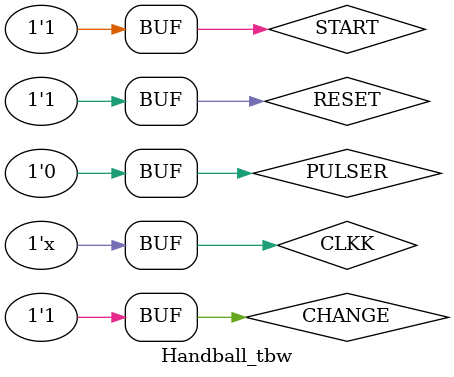
<source format=v>
`timescale 1ns / 1ps


module Handball_tbw;

	// Inputs
	reg PULSER;
	reg RESET;
	reg START;
	reg CLKK;

	// Outputs
	wire [7:0] LGOUT;

	// Instantiate the Unit Under Test (UUT)
	Handball uut (
		.PULSER(PULSER), 
		.RESET(RESET), 
		.START(START), 
		.CLKK(CLKK), 
		.LGOUT(LGOUT)
	);

	reg CHANGE = 1'b0;
	
	//5 MHz clock running for 5500 ns
	always @ (CHANGE)
	begin
		repeat (55)
		begin
			#100;
			CLKK <= ~CLKK;
		end
	end


	initial begin
		// Initialize Inputs
		CHANGE = 1'b1;
		PULSER = 1'b0;
		RESET = 1'b1;
		START = 1'b0;
		CLKK = 1'b0;
		#400;
		
		// LED placed at leftmost position
		START = 1'b1;
		RESET = 1'b0;
		#400;
		
		// Player starts playing the game (presses the push button and releases it)
		START = 1'b0;
		PULSER = 1'b1;
		#200;
		PULSER = 1'b0;

		// Game runs successfully...Lampball (LED on the FPGA) is moving to the right
		//(the switched on LED on the FPGA changes postion from left to right) 
		#1200;

		// Lampball bounces off the right side and starts moving left 
		//(the switched on LED on the FPGA changes postion from right to left) 
		#1400;

		// Player presses the push button when the lampball hits the left side
		//(the switched on LED on the FPGA is at the leftmost position) 
		PULSER = 1'b1;
		#200;
		PULSER = 1'b0;
		
		// Player presses the button at the wrong time
		#400;
		PULSER = 1'b1;
		#200;
		PULSER = 1'b0;
		
		// LED placed at leftmost position
		#200;
		START = 1'b1;
		
		// Player attempts to replay game but forgets to switch START button off
		#200;
		PULSER = 1'b1;
		
		// Player quits 
		#200;
		PULSER = 1'b0;
		RESET = 1'b1;
		#200;		
			
	end
      
endmodule


</source>
